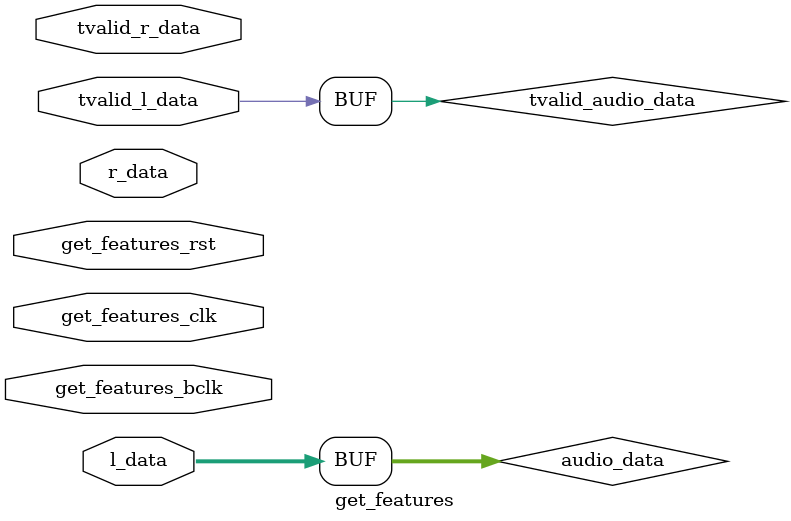
<source format=v>
`timescale 1ns / 1ps
module get_features #(
	parameter 				CHOOSE_CHANNEL 	= 1'b0,			// 1'b0 - left channel, 1'b1 - right channel
	parameter	[31:0]	PRE_EMPHASIS_COEF = 32'hbf7851ec	// Coefficient of preemphasis filter
)
(
	// Common ports:
	input 			get_features_clk,		// Common clock
	input				get_features_bclk,	// Common bit clock
	input 			get_features_rst,		// Common reset
	
	// Input data:
	input 			tvalid_l_data,			// Valid left channel data
	input	[23:0]	l_data,					// Left channel data
	input 			tvalid_r_data,			// Valid right channel data
	input [23:0] 	r_data					// Right channel data
	);
	
	// Common signals:
	wire 				tvalid_audio_data	= CHOOSE_CHANNEL ? tvalid_r_data : tvalid_l_data;	// Choose the channel
	wire	[23:0]	audio_data 			= CHOOSE_CHANNEL ? r_data : l_data;						// Choose the channel
	
	// Converting Integer 24-bit to Float 32-bit:
	wire 				tvalid_float32;
	wire	[31:0] 	float32;
	
	// Pre-emphasis:
	wire 				tvalid_filtered_stream;
	wire	[31:0] 	filtered_stream;
	
	// Framing stream:
	wire 				tvalid_framing_stream;
	wire	[31:0] 	framing_stream;
	 
	// Windowing:
	wire 				tready_hamm_stream;
	wire	[31:0]	hamm_stream;
	
	// FFT:
	wire 				tready_powspectr;
	wire	[31:0]	powspectr;
	
	// Converting Integer 24-bit to Float 32-bit:
	floating_point_int24_to_float32 Int24_to_Float32 (
		.s_axis_a_tvalid(tvalid_audio_data), 	// input s_axis_a_tvalid
		.s_axis_a_tdata(audio_data), 				// input [23 : 0] s_axis_a_tdata
		.m_axis_result_tvalid(tvalid_float32),	// output m_axis_result_tvalid
		.m_axis_result_tdata(float32) 			// output [31 : 0] m_axis_result_tdata
	);
	
	// Pre-emphasis:
	Pre_emphasis #(
		.PRE_EMPHASIS_COEF(PRE_EMPHASIS_COEF)
	)
	pre_filtering (
		.clk(get_features_bclk),
		.rst(get_features_rst),
		.tvalid_input_stream(tvalid_float32),
		.input_stream(float32),
		.tvalid_filtered_stream(tvalid_filtered_stream),
		.filtered_stream(filtered_stream)
	);
	
	// Framing stream:
	get_frames framing (
		.clk_slow(get_features_bclk),
		.clk_fast(get_features_clk),
		.reset(get_features_rst),
		.en_audio_d(tvalid_filtered_stream),
		.audio_d(filtered_stream),
		.Stream_enable(tvalid_framing_stream),
		.Stream_out(framing_stream)
	);
	
	// Windowing:
	windowing hamming_window (
		.clk(get_features_clk),
		.rst(get_features_rst),
		.tvalid_stream(tvalid_framing_stream),
		.stream(framing_stream),
		.tready_hamm_stream(tready_hamm_stream),
		.hamm_stream(hamm_stream)
	);

	// FFT:
	power_spectrum fft_function (
		.clk(get_features_clk),
		.rst(get_features_rst),
		.tvalid_hamm_stream(tready_hamm_stream),
		.hamm_stream(hamm_stream),
		.tready_powspectr(tready_powspectr),
		.powspectr(powspectr)
	);

endmodule

</source>
